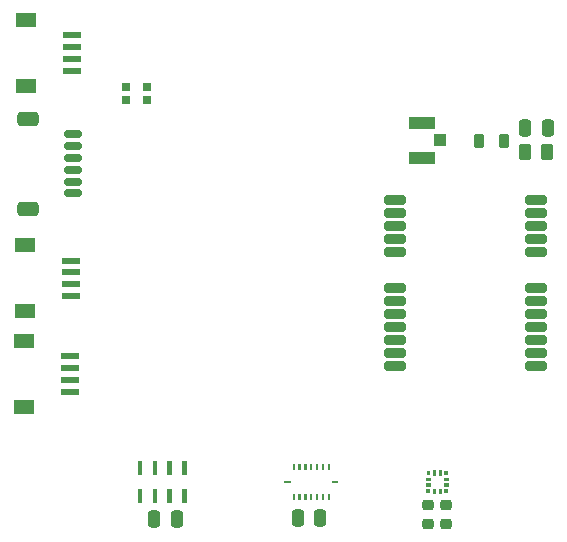
<source format=gbr>
%TF.GenerationSoftware,KiCad,Pcbnew,7.0.5*%
%TF.CreationDate,2023-07-17T20:29:58+05:30*%
%TF.ProjectId,Flight_Computer,466c6967-6874-45f4-936f-6d7075746572,rev?*%
%TF.SameCoordinates,Original*%
%TF.FileFunction,Paste,Top*%
%TF.FilePolarity,Positive*%
%FSLAX46Y46*%
G04 Gerber Fmt 4.6, Leading zero omitted, Abs format (unit mm)*
G04 Created by KiCad (PCBNEW 7.0.5) date 2023-07-17 20:29:58*
%MOMM*%
%LPD*%
G01*
G04 APERTURE LIST*
G04 Aperture macros list*
%AMRoundRect*
0 Rectangle with rounded corners*
0 $1 Rounding radius*
0 $2 $3 $4 $5 $6 $7 $8 $9 X,Y pos of 4 corners*
0 Add a 4 corners polygon primitive as box body*
4,1,4,$2,$3,$4,$5,$6,$7,$8,$9,$2,$3,0*
0 Add four circle primitives for the rounded corners*
1,1,$1+$1,$2,$3*
1,1,$1+$1,$4,$5*
1,1,$1+$1,$6,$7*
1,1,$1+$1,$8,$9*
0 Add four rect primitives between the rounded corners*
20,1,$1+$1,$2,$3,$4,$5,0*
20,1,$1+$1,$4,$5,$6,$7,0*
20,1,$1+$1,$6,$7,$8,$9,0*
20,1,$1+$1,$8,$9,$2,$3,0*%
G04 Aperture macros list end*
%ADD10C,0.100000*%
%ADD11R,1.550000X0.600000*%
%ADD12R,1.800000X1.200000*%
%ADD13RoundRect,0.250000X0.250000X0.475000X-0.250000X0.475000X-0.250000X-0.475000X0.250000X-0.475000X0*%
%ADD14RoundRect,0.218750X-0.218750X-0.381250X0.218750X-0.381250X0.218750X0.381250X-0.218750X0.381250X0*%
%ADD15R,0.700000X0.700000*%
%ADD16R,1.050000X1.000000*%
%ADD17R,2.200000X1.050000*%
%ADD18RoundRect,0.250000X-0.262500X-0.450000X0.262500X-0.450000X0.262500X0.450000X-0.262500X0.450000X0*%
%ADD19RoundRect,0.150000X-0.625000X0.150000X-0.625000X-0.150000X0.625000X-0.150000X0.625000X0.150000X0*%
%ADD20RoundRect,0.250000X-0.650000X0.350000X-0.650000X-0.350000X0.650000X-0.350000X0.650000X0.350000X0*%
%ADD21RoundRect,0.250000X-0.250000X-0.475000X0.250000X-0.475000X0.250000X0.475000X-0.250000X0.475000X0*%
%ADD22RoundRect,0.225000X-0.250000X0.225000X-0.250000X-0.225000X0.250000X-0.225000X0.250000X0.225000X0*%
%ADD23RoundRect,0.200000X0.700000X0.200000X-0.700000X0.200000X-0.700000X-0.200000X0.700000X-0.200000X0*%
G04 APERTURE END LIST*
%TO.C,U1*%
D10*
X162435000Y-118175000D02*
X162185000Y-118175000D01*
X162185000Y-117925000D01*
X162435000Y-117925000D01*
X162435000Y-118175000D01*
G36*
X162435000Y-118175000D02*
G01*
X162185000Y-118175000D01*
X162185000Y-117925000D01*
X162435000Y-117925000D01*
X162435000Y-118175000D01*
G37*
X162445000Y-116675000D02*
X162195000Y-116675000D01*
X162195000Y-116425000D01*
X162445000Y-116425000D01*
X162445000Y-116675000D01*
G36*
X162445000Y-116675000D02*
G01*
X162195000Y-116675000D01*
X162195000Y-116425000D01*
X162445000Y-116425000D01*
X162445000Y-116675000D01*
G37*
X162475000Y-117640000D02*
X162125000Y-117640000D01*
X162125000Y-117460000D01*
X162475000Y-117460000D01*
X162475000Y-117640000D01*
G36*
X162475000Y-117640000D02*
G01*
X162125000Y-117640000D01*
X162125000Y-117460000D01*
X162475000Y-117460000D01*
X162475000Y-117640000D01*
G37*
X162485000Y-117140000D02*
X162135000Y-117140000D01*
X162135000Y-116960000D01*
X162485000Y-116960000D01*
X162485000Y-117140000D01*
G36*
X162485000Y-117140000D02*
G01*
X162135000Y-117140000D01*
X162135000Y-116960000D01*
X162485000Y-116960000D01*
X162485000Y-117140000D01*
G37*
X162915000Y-116710000D02*
X162735000Y-116710000D01*
X162735000Y-116360000D01*
X162915000Y-116360000D01*
X162915000Y-116710000D01*
G36*
X162915000Y-116710000D02*
G01*
X162735000Y-116710000D01*
X162735000Y-116360000D01*
X162915000Y-116360000D01*
X162915000Y-116710000D01*
G37*
X162915000Y-118240000D02*
X162735000Y-118240000D01*
X162735000Y-117890000D01*
X162915000Y-117890000D01*
X162915000Y-118240000D01*
G36*
X162915000Y-118240000D02*
G01*
X162735000Y-118240000D01*
X162735000Y-117890000D01*
X162915000Y-117890000D01*
X162915000Y-118240000D01*
G37*
X163415000Y-116710000D02*
X163235000Y-116710000D01*
X163235000Y-116360000D01*
X163415000Y-116360000D01*
X163415000Y-116710000D01*
G36*
X163415000Y-116710000D02*
G01*
X163235000Y-116710000D01*
X163235000Y-116360000D01*
X163415000Y-116360000D01*
X163415000Y-116710000D01*
G37*
X163415000Y-118240000D02*
X163235000Y-118240000D01*
X163235000Y-117890000D01*
X163415000Y-117890000D01*
X163415000Y-118240000D01*
G36*
X163415000Y-118240000D02*
G01*
X163235000Y-118240000D01*
X163235000Y-117890000D01*
X163415000Y-117890000D01*
X163415000Y-118240000D01*
G37*
X163965000Y-116675000D02*
X163715000Y-116675000D01*
X163715000Y-116425000D01*
X163965000Y-116425000D01*
X163965000Y-116675000D01*
G36*
X163965000Y-116675000D02*
G01*
X163715000Y-116675000D01*
X163715000Y-116425000D01*
X163965000Y-116425000D01*
X163965000Y-116675000D01*
G37*
X163965000Y-118175000D02*
X163715000Y-118175000D01*
X163715000Y-117925000D01*
X163965000Y-117925000D01*
X163965000Y-118175000D01*
G36*
X163965000Y-118175000D02*
G01*
X163715000Y-118175000D01*
X163715000Y-117925000D01*
X163965000Y-117925000D01*
X163965000Y-118175000D01*
G37*
X164005000Y-117640000D02*
X163655000Y-117640000D01*
X163655000Y-117460000D01*
X164005000Y-117460000D01*
X164005000Y-117640000D01*
G36*
X164005000Y-117640000D02*
G01*
X163655000Y-117640000D01*
X163655000Y-117460000D01*
X164005000Y-117460000D01*
X164005000Y-117640000D01*
G37*
X164015000Y-117140000D02*
X163665000Y-117140000D01*
X163665000Y-116960000D01*
X164015000Y-116960000D01*
X164015000Y-117140000D01*
G36*
X164015000Y-117140000D02*
G01*
X163665000Y-117140000D01*
X163665000Y-116960000D01*
X164015000Y-116960000D01*
X164015000Y-117140000D01*
G37*
%TO.C,U7*%
X153950000Y-116275000D02*
X153850000Y-116275000D01*
X153850000Y-115800000D01*
X153950000Y-115800000D01*
X153950000Y-116275000D01*
G36*
X153950000Y-116275000D02*
G01*
X153850000Y-116275000D01*
X153850000Y-115800000D01*
X153950000Y-115800000D01*
X153950000Y-116275000D01*
G37*
X153450000Y-116275000D02*
X153350000Y-116275000D01*
X153350000Y-115800000D01*
X153450000Y-115800000D01*
X153450000Y-116275000D01*
G36*
X153450000Y-116275000D02*
G01*
X153350000Y-116275000D01*
X153350000Y-115800000D01*
X153450000Y-115800000D01*
X153450000Y-116275000D01*
G37*
X152950000Y-116275000D02*
X152850000Y-116275000D01*
X152850000Y-115800000D01*
X152950000Y-115800000D01*
X152950000Y-116275000D01*
G36*
X152950000Y-116275000D02*
G01*
X152850000Y-116275000D01*
X152850000Y-115800000D01*
X152950000Y-115800000D01*
X152950000Y-116275000D01*
G37*
X152450000Y-116275000D02*
X152350000Y-116275000D01*
X152350000Y-115800000D01*
X152450000Y-115800000D01*
X152450000Y-116275000D01*
G36*
X152450000Y-116275000D02*
G01*
X152350000Y-116275000D01*
X152350000Y-115800000D01*
X152450000Y-115800000D01*
X152450000Y-116275000D01*
G37*
X151950000Y-116275000D02*
X151850000Y-116275000D01*
X151850000Y-115800000D01*
X151950000Y-115800000D01*
X151950000Y-116275000D01*
G36*
X151950000Y-116275000D02*
G01*
X151850000Y-116275000D01*
X151850000Y-115800000D01*
X151950000Y-115800000D01*
X151950000Y-116275000D01*
G37*
X151450000Y-116275000D02*
X151350000Y-116275000D01*
X151350000Y-115800000D01*
X151450000Y-115800000D01*
X151450000Y-116275000D01*
G36*
X151450000Y-116275000D02*
G01*
X151350000Y-116275000D01*
X151350000Y-115800000D01*
X151450000Y-115800000D01*
X151450000Y-116275000D01*
G37*
X150950000Y-116275000D02*
X150850000Y-116275000D01*
X150850000Y-115800000D01*
X150950000Y-115800000D01*
X150950000Y-116275000D01*
G36*
X150950000Y-116275000D02*
G01*
X150850000Y-116275000D01*
X150850000Y-115800000D01*
X150950000Y-115800000D01*
X150950000Y-116275000D01*
G37*
X154650000Y-117350000D02*
X154175000Y-117350000D01*
X154175000Y-117250000D01*
X154650000Y-117250000D01*
X154650000Y-117350000D01*
G36*
X154650000Y-117350000D02*
G01*
X154175000Y-117350000D01*
X154175000Y-117250000D01*
X154650000Y-117250000D01*
X154650000Y-117350000D01*
G37*
X150625000Y-117350000D02*
X150150000Y-117350000D01*
X150150000Y-117250000D01*
X150625000Y-117250000D01*
X150625000Y-117350000D01*
G36*
X150625000Y-117350000D02*
G01*
X150150000Y-117350000D01*
X150150000Y-117250000D01*
X150625000Y-117250000D01*
X150625000Y-117350000D01*
G37*
X153950000Y-118800000D02*
X153850000Y-118800000D01*
X153850000Y-118325000D01*
X153950000Y-118325000D01*
X153950000Y-118800000D01*
G36*
X153950000Y-118800000D02*
G01*
X153850000Y-118800000D01*
X153850000Y-118325000D01*
X153950000Y-118325000D01*
X153950000Y-118800000D01*
G37*
X153450000Y-118800000D02*
X153350000Y-118800000D01*
X153350000Y-118325000D01*
X153450000Y-118325000D01*
X153450000Y-118800000D01*
G36*
X153450000Y-118800000D02*
G01*
X153350000Y-118800000D01*
X153350000Y-118325000D01*
X153450000Y-118325000D01*
X153450000Y-118800000D01*
G37*
X152950000Y-118800000D02*
X152850000Y-118800000D01*
X152850000Y-118325000D01*
X152950000Y-118325000D01*
X152950000Y-118800000D01*
G36*
X152950000Y-118800000D02*
G01*
X152850000Y-118800000D01*
X152850000Y-118325000D01*
X152950000Y-118325000D01*
X152950000Y-118800000D01*
G37*
X152450000Y-118800000D02*
X152350000Y-118800000D01*
X152350000Y-118325000D01*
X152450000Y-118325000D01*
X152450000Y-118800000D01*
G36*
X152450000Y-118800000D02*
G01*
X152350000Y-118800000D01*
X152350000Y-118325000D01*
X152450000Y-118325000D01*
X152450000Y-118800000D01*
G37*
X151950000Y-118800000D02*
X151850000Y-118800000D01*
X151850000Y-118325000D01*
X151950000Y-118325000D01*
X151950000Y-118800000D01*
G36*
X151950000Y-118800000D02*
G01*
X151850000Y-118800000D01*
X151850000Y-118325000D01*
X151950000Y-118325000D01*
X151950000Y-118800000D01*
G37*
X151450000Y-118800000D02*
X151350000Y-118800000D01*
X151350000Y-118325000D01*
X151450000Y-118325000D01*
X151450000Y-118800000D01*
G36*
X151450000Y-118800000D02*
G01*
X151350000Y-118800000D01*
X151350000Y-118325000D01*
X151450000Y-118325000D01*
X151450000Y-118800000D01*
G37*
X150950000Y-118800000D02*
X150850000Y-118800000D01*
X150850000Y-118325000D01*
X150950000Y-118325000D01*
X150950000Y-118800000D01*
G36*
X150950000Y-118800000D02*
G01*
X150850000Y-118800000D01*
X150850000Y-118325000D01*
X150950000Y-118325000D01*
X150950000Y-118800000D01*
G37*
%TO.C,U8*%
X138050000Y-119050000D02*
X137750000Y-119050000D01*
X137750000Y-117950000D01*
X138050000Y-117950000D01*
X138050000Y-119050000D01*
G36*
X138050000Y-119050000D02*
G01*
X137750000Y-119050000D01*
X137750000Y-117950000D01*
X138050000Y-117950000D01*
X138050000Y-119050000D01*
G37*
X139300000Y-119050000D02*
X139000000Y-119050000D01*
X139000000Y-117950000D01*
X139300000Y-117950000D01*
X139300000Y-119050000D01*
G36*
X139300000Y-119050000D02*
G01*
X139000000Y-119050000D01*
X139000000Y-117950000D01*
X139300000Y-117950000D01*
X139300000Y-119050000D01*
G37*
X140550000Y-119050000D02*
X140250000Y-119050000D01*
X140250000Y-117950000D01*
X140550000Y-117950000D01*
X140550000Y-119050000D01*
G36*
X140550000Y-119050000D02*
G01*
X140250000Y-119050000D01*
X140250000Y-117950000D01*
X140550000Y-117950000D01*
X140550000Y-119050000D01*
G37*
X141800000Y-119050000D02*
X141500000Y-119050000D01*
X141500000Y-117950000D01*
X141800000Y-117950000D01*
X141800000Y-119050000D01*
G36*
X141800000Y-119050000D02*
G01*
X141500000Y-119050000D01*
X141500000Y-117950000D01*
X141800000Y-117950000D01*
X141800000Y-119050000D01*
G37*
X138050000Y-116650000D02*
X137750000Y-116650000D01*
X137750000Y-115550000D01*
X138050000Y-115550000D01*
X138050000Y-116650000D01*
G36*
X138050000Y-116650000D02*
G01*
X137750000Y-116650000D01*
X137750000Y-115550000D01*
X138050000Y-115550000D01*
X138050000Y-116650000D01*
G37*
X139300000Y-116650000D02*
X139000000Y-116650000D01*
X139000000Y-115550000D01*
X139300000Y-115550000D01*
X139300000Y-116650000D01*
G36*
X139300000Y-116650000D02*
G01*
X139000000Y-116650000D01*
X139000000Y-115550000D01*
X139300000Y-115550000D01*
X139300000Y-116650000D01*
G37*
X140550000Y-116650000D02*
X140250000Y-116650000D01*
X140250000Y-115550000D01*
X140550000Y-115550000D01*
X140550000Y-116650000D01*
G36*
X140550000Y-116650000D02*
G01*
X140250000Y-116650000D01*
X140250000Y-115550000D01*
X140550000Y-115550000D01*
X140550000Y-116650000D01*
G37*
X141800000Y-116650000D02*
X141500000Y-116650000D01*
X141500000Y-115550000D01*
X141800000Y-115550000D01*
X141800000Y-116650000D01*
G36*
X141800000Y-116650000D02*
G01*
X141500000Y-116650000D01*
X141500000Y-115550000D01*
X141800000Y-115550000D01*
X141800000Y-116650000D01*
G37*
%TD*%
D11*
%TO.C,HD4*%
X132100000Y-98600000D03*
X132100000Y-99600000D03*
X132100000Y-100600000D03*
X132100000Y-101600000D03*
D12*
X128225000Y-97300000D03*
X128225000Y-102900000D03*
%TD*%
D13*
%TO.C,C13*%
X153175000Y-120375000D03*
X151275000Y-120375000D03*
%TD*%
D14*
%TO.C,L2*%
X166662500Y-88475000D03*
X168787500Y-88475000D03*
%TD*%
D11*
%TO.C,HD2*%
X132000000Y-106700000D03*
X132000000Y-107700000D03*
X132000000Y-108700000D03*
X132000000Y-109700000D03*
D12*
X128125000Y-105400000D03*
X128125000Y-111000000D03*
%TD*%
D15*
%TO.C,D1*%
X136732500Y-83875000D03*
X136732500Y-84975000D03*
X138562500Y-84975000D03*
X138562500Y-83875000D03*
%TD*%
D11*
%TO.C,HD1*%
X132170000Y-79500000D03*
X132170000Y-80500000D03*
X132170000Y-81500000D03*
X132170000Y-82500000D03*
D12*
X128295000Y-78200000D03*
X128295000Y-83800000D03*
%TD*%
D16*
%TO.C,U6*%
X163375000Y-88425000D03*
D17*
X161850000Y-89900000D03*
X161850000Y-86950000D03*
%TD*%
D18*
%TO.C,R3*%
X170562500Y-89425000D03*
X172387500Y-89425000D03*
%TD*%
D19*
%TO.C,U9*%
X132300000Y-87900000D03*
X132300000Y-88900000D03*
X132300000Y-89900000D03*
X132300000Y-90900000D03*
X132300000Y-91900000D03*
X132300000Y-92900000D03*
D20*
X128425000Y-86600000D03*
X128425000Y-94200000D03*
%TD*%
D21*
%TO.C,C12*%
X139150000Y-120475000D03*
X141050000Y-120475000D03*
%TD*%
D22*
%TO.C,C2*%
X162325000Y-119325000D03*
X162325000Y-120875000D03*
%TD*%
D23*
%TO.C,U4*%
X171500000Y-107500000D03*
X171500000Y-106400000D03*
X171500000Y-105300000D03*
X171500000Y-104200000D03*
X171500000Y-103100000D03*
X171500000Y-102000000D03*
X171500000Y-100900000D03*
X171500000Y-97900000D03*
X171500000Y-96800000D03*
X171500000Y-95700000D03*
X171500000Y-94600000D03*
X171500000Y-93500000D03*
X159500000Y-93500000D03*
X159500000Y-94600000D03*
X159500000Y-95700000D03*
X159500000Y-96800000D03*
X159500000Y-97900000D03*
X159500000Y-100900000D03*
X159500000Y-102000000D03*
X159500000Y-103100000D03*
X159500000Y-104200000D03*
X159500000Y-105300000D03*
X159500000Y-106400000D03*
X159500000Y-107500000D03*
%TD*%
D21*
%TO.C,C6*%
X170550000Y-87375000D03*
X172450000Y-87375000D03*
%TD*%
D22*
%TO.C,C3*%
X163850000Y-119325000D03*
X163850000Y-120875000D03*
%TD*%
M02*

</source>
